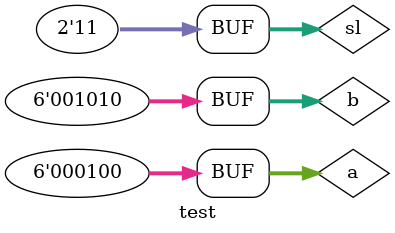
<source format=v>
`timescale 1ns / 1ps


module test;

	// Inputs
	reg [5:0] a;
	reg [5:0] b;
	reg [1:0] sl;

	// Outputs
	wire [6:0] c;

	// Instantiate the Unit Under Test (UUT)
	jiacheng uut (
		.a(a), 
		.b(b), 
		.sl(sl), 
		.c(c)
	);

	initial begin
		// Initialize Inputs
		a = 0;
		b = 0;
		sl = 0;

		// Wait 100 ns for global reset to finish
		#100;
		a = 6'b000100;
		b = 6'b001010;
		sl = 2'b11;
       
		// Add stimulus here

	end
      
endmodule


</source>
